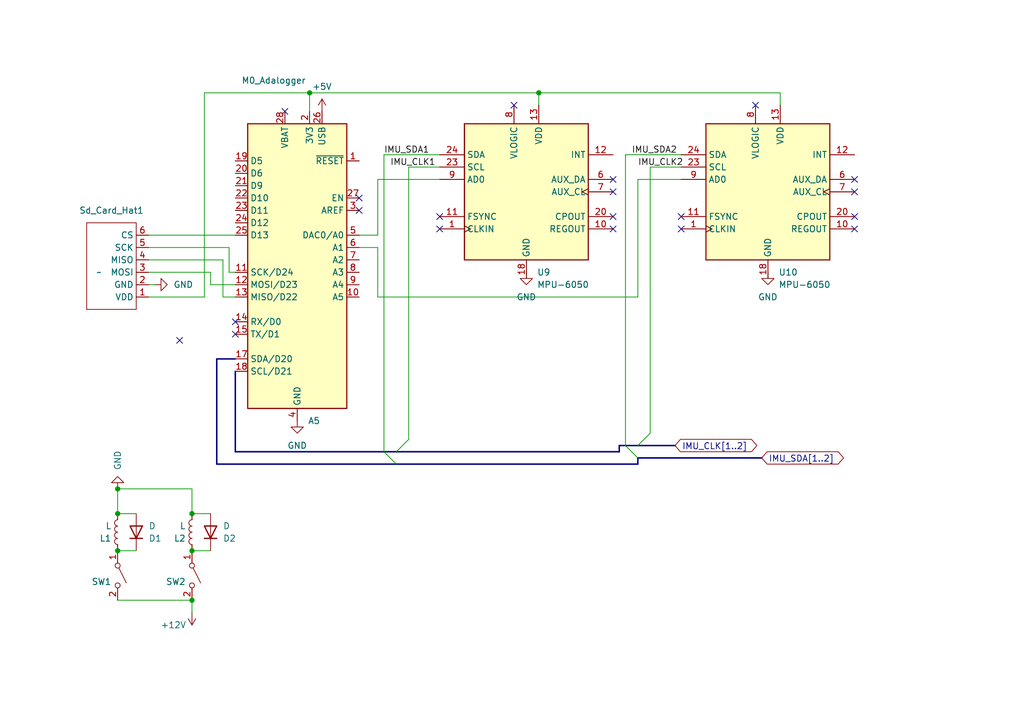
<source format=kicad_sch>
(kicad_sch (version 20230121) (generator eeschema)
  (paper "A5")
  (lib_symbols
    (symbol "Device:D" (pin_numbers hide) (pin_names (offset 1.016) hide)
      (property "Reference" "D" (at 0 2.54 0))
      (property "Value" "D" (at 0 -2.54 0))
      (symbol "D_0_1"
        (polyline (pts (xy -1.27 1.27) (xy -1.27 -1.27)) (stroke (width 0.254)))
        (polyline (pts (xy 1.27 0) (xy -1.27 0)))
        (polyline (pts (xy 1.27 1.27) (xy 1.27 -1.27) (xy -1.27 0) (xy 1.27 1.27)) (stroke (width 0.254)))
      )
      (symbol "D_1_1"
        (pin passive line (at -3.81 0 0) (length 2.54) (name "K") (number "1"))
        (pin passive line (at 3.81 0 180) (length 2.54) (name "A") (number "2"))
      )
    )
    (symbol "Device:L" (pin_numbers hide) (pin_names (offset 1.016) hide)
      (property "Reference" "L" (at -1.27 0 90))
      (property "Value" "L" (at 1.905 0 90))
      (symbol "L_0_1"
        (arc (start 0 -2.54) (mid 0.6323 -1.905) (end 0 -1.27))
        (arc (start 0 -1.27) (mid 0.6323 -0.635) (end 0 0))
        (arc (start 0 0) (mid 0.6323 0.635) (end 0 1.27))
        (arc (start 0 1.27) (mid 0.6323 1.905) (end 0 2.54))
      )
      (symbol "L_1_1"
        (pin passive line (at 0 3.81 270) (length 1.27) (name "1") (number "1"))
        (pin passive line (at 0 -3.81 90) (length 1.27) (name "2") (number "2"))
      )
    )
    (symbol "MCU_Module:Adafruit_Feather_M0_Adalogger"
      (property "Reference" "A" (at -10.16 29.21 0))
      (property "Value" "Adafruit_Feather_M0_Adalogger" (at 2.54 -31.75 0))
      (symbol "Adafruit_Feather_M0_Adalogger_0_1"
        (rectangle (start -10.16 27.94) (end 10.16 -30.48) (stroke (width 0.254)) (fill (type background)))
      )
      (symbol "Adafruit_Feather_M0_Adalogger_1_1"
        (pin input line (at 12.7 20.32 180) (length 2.54) (name "~{RESET}") (number "1"))
        (pin bidirectional line (at 12.7 -7.62 180) (length 2.54) (name "A5") (number "10"))
        (pin bidirectional line (at -12.7 -2.54 0) (length 2.54) (name "SCK/D24") (number "11"))
        (pin bidirectional line (at -12.7 -5.08 0) (length 2.54) (name "MOSI/D23") (number "12"))
        (pin bidirectional line (at -12.7 -7.62 0) (length 2.54) (name "MISO/D22") (number "13"))
        (pin bidirectional line (at -12.7 -12.7 0) (length 2.54) (name "RX/D0") (number "14"))
        (pin bidirectional line (at -12.7 -15.24 0) (length 2.54) (name "TX/D1") (number "15"))
        (pin passive line (at 0 -33.02 90) (length 2.54) hide (name "GND") (number "16"))
        (pin bidirectional line (at -12.7 -20.32 0) (length 2.54) (name "SDA/D20") (number "17"))
        (pin bidirectional line (at -12.7 -22.86 0) (length 2.54) (name "SCL/D21") (number "18"))
        (pin bidirectional line (at -12.7 20.32 0) (length 2.54) (name "D5") (number "19"))
        (pin power_in line (at 2.54 30.48 270) (length 2.54) (name "3V3") (number "2"))
        (pin bidirectional line (at -12.7 17.78 0) (length 2.54) (name "D6") (number "20"))
        (pin bidirectional line (at -12.7 15.24 0) (length 2.54) (name "D9") (number "21"))
        (pin bidirectional line (at -12.7 12.7 0) (length 2.54) (name "D10") (number "22"))
        (pin bidirectional line (at -12.7 10.16 0) (length 2.54) (name "D11") (number "23"))
        (pin bidirectional line (at -12.7 7.62 0) (length 2.54) (name "D12") (number "24"))
        (pin bidirectional line (at -12.7 5.08 0) (length 2.54) (name "D13") (number "25"))
        (pin power_in line (at 5.08 30.48 270) (length 2.54) (name "USB") (number "26"))
        (pin input line (at 12.7 12.7 180) (length 2.54) (name "EN") (number "27"))
        (pin power_in line (at -2.54 30.48 270) (length 2.54) (name "VBAT") (number "28"))
        (pin input line (at 12.7 10.16 180) (length 2.54) (name "AREF") (number "3"))
        (pin power_in line (at 0 -33.02 90) (length 2.54) (name "GND") (number "4"))
        (pin bidirectional line (at 12.7 5.08 180) (length 2.54) (name "DAC0/A0") (number "5"))
        (pin bidirectional line (at 12.7 2.54 180) (length 2.54) (name "A1") (number "6"))
        (pin bidirectional line (at 12.7 0 180) (length 2.54) (name "A2") (number "7"))
        (pin bidirectional line (at 12.7 -2.54 180) (length 2.54) (name "A3") (number "8"))
        (pin bidirectional line (at 12.7 -5.08 180) (length 2.54) (name "A4") (number "9"))
      )
    )
    (symbol "New_Library:Sd_Card_Hat"
      (property "Reference" "Sd_Card_Hat" (at 11.43 11.43 90))
      (symbol "Sd_Card_Hat_0_1"
        (rectangle (start 3.81 19.05) (end 13.97 1.27))
      )
      (symbol "Sd_Card_Hat_1_1"
        (pin power_in line (at 1.27 16.51 0) (length 2.54) (name "VDD") (number "1"))
        (pin power_out line (at 1.27 13.97 0) (length 2.54) (name "GND") (number "2"))
        (pin input line (at 1.27 11.43 0) (length 2.54) (name "MOSI") (number "3"))
        (pin output line (at 1.27 8.89 0) (length 2.54) (name "MISO") (number "4"))
        (pin bidirectional line (at 1.27 6.35 0) (length 2.54) (name "SCK") (number "5"))
        (pin bidirectional line (at 1.27 3.81 0) (length 2.54) (name "CS") (number "6"))
      )
    )
    (symbol "Sensor_Motion:MPU-6050"
      (property "Reference" "U" (at -11.43 13.97 0))
      (property "Value" "MPU-6050" (at 7.62 -15.24 0))
      (symbol "MPU-6050_0_0"
        (text "" (at 12.7 -2.54 0) (effects (font (size 1.27 1.27))))
      )
      (symbol "MPU-6050_0_1"
        (rectangle (start -12.7 13.97) (end 12.7 -13.97) (stroke (width 0.254)) (fill (type background)))
      )
      (symbol "MPU-6050_1_1"
        (pin input clock (at -17.78 -7.62 0) (length 5.08) (name "CLKIN") (number "1"))
        (pin passive line (at 17.78 -7.62 180) (length 5.08) (name "REGOUT") (number "10"))
        (pin input line (at -17.78 -5.08 0) (length 5.08) (name "FSYNC") (number "11"))
        (pin output line (at 17.78 7.62 180) (length 5.08) (name "INT") (number "12"))
        (pin power_in line (at 2.54 17.78 270) (length 3.81) (name "VDD") (number "13"))
        (pin no_connect line (at -12.7 -10.16 0) (length 2.54) hide (name "NC") (number "14"))
        (pin no_connect line (at 12.7 12.7 180) (length 2.54) hide (name "NC") (number "15"))
        (pin no_connect line (at 12.7 10.16 180) (length 2.54) hide (name "NC") (number "16"))
        (pin no_connect line (at 12.7 5.08 180) (length 2.54) hide (name "NC") (number "17"))
        (pin power_in line (at 0 -17.78 90) (length 3.81) (name "GND") (number "18"))
        (pin no_connect line (at 12.7 -10.16 180) (length 2.54) hide (name "RESV") (number "19"))
        (pin no_connect line (at -12.7 12.7 0) (length 2.54) hide (name "NC") (number "2"))
        (pin passive line (at 17.78 -5.08 180) (length 5.08) (name "CPOUT") (number "20"))
        (pin no_connect line (at 12.7 -2.54 180) (length 2.54) hide (name "RESV") (number "21"))
        (pin no_connect line (at 12.7 -12.7 180) (length 2.54) hide (name "RESV") (number "22"))
        (pin input line (at -17.78 5.08 0) (length 5.08) (name "SCL") (number "23"))
        (pin bidirectional line (at -17.78 7.62 0) (length 5.08) (name "SDA") (number "24"))
        (pin no_connect line (at -12.7 10.16 0) (length 2.54) hide (name "NC") (number "3"))
        (pin no_connect line (at -12.7 0 0) (length 2.54) hide (name "NC") (number "4"))
        (pin no_connect line (at -12.7 -2.54 0) (length 2.54) hide (name "NC") (number "5"))
        (pin bidirectional line (at 17.78 2.54 180) (length 5.08) (name "AUX_DA") (number "6"))
        (pin output clock (at 17.78 0 180) (length 5.08) (name "AUX_CL") (number "7"))
        (pin power_in line (at -2.54 17.78 270) (length 3.81) (name "VLOGIC") (number "8"))
        (pin input line (at -17.78 2.54 0) (length 5.08) (name "AD0") (number "9"))
      )
    )
    (symbol "Switch:SW_SPST" (pin_names (offset 0) hide)
      (property "Reference" "SW" (at 0 3.175 0))
      (property "Value" "SW_SPST" (at 0 -2.54 0))
      (symbol "SW_SPST_0_0"
        (circle (center -2.032 0) (radius 0.508))
        (polyline (pts (xy -1.524 0.254) (xy 1.524 1.778)))
        (circle (center 2.032 0) (radius 0.508))
      )
      (symbol "SW_SPST_1_1"
        (pin passive line (at -5.08 0 0) (length 2.54) (name "A") (number "1"))
        (pin passive line (at 5.08 0 180) (length 2.54) (name "B") (number "2"))
      )
    )
    (symbol "power:+12V" (power) (pin_names (offset 0))
      (property "Value" "+12V" (at 0 3.556 0))
      (symbol "+12V_0_1"
        (polyline (pts (xy -0.762 1.27) (xy 0 2.54)))
        (polyline (pts (xy 0 0) (xy 0 2.54)))
        (polyline (pts (xy 0 2.54) (xy 0.762 1.27)))
      )
      (symbol "+12V_1_1"
        (pin power_in line (at 0 0 90) (length 0) hide (name "+12V") (number "1"))
      )
    )
    (symbol "power:+5V" (power) (pin_names (offset 0))
      (property "Value" "+5V" (at 0 3.556 0))
      (symbol "+5V_0_1"
        (polyline (pts (xy -0.762 1.27) (xy 0 2.54)))
        (polyline (pts (xy 0 0) (xy 0 2.54)))
        (polyline (pts (xy 0 2.54) (xy 0.762 1.27)))
      )
      (symbol "+5V_1_1"
        (pin power_in line (at 0 0 90) (length 0) hide (name "+5V") (number "1"))
      )
    )
    (symbol "power:GND" (power) (pin_names (offset 0))
      (property "Value" "GND" (at 0 -3.81 0))
      (symbol "GND_0_1"
        (polyline (pts (xy 0 0) (xy 0 -1.27) (xy 1.27 -1.27) (xy 0 -2.54) (xy -1.27 -1.27) (xy 0 -1.27)))
      )
      (symbol "GND_1_1"
        (pin power_in line (at 0 0 270) (length 0) hide (name "GND") (number "1"))
      )
    )
  )
  (junction (at 110.49 19.05))
  (junction (at 63.5 19.05))
  (junction (at 39.37 123.19))
  (junction (at 24.13 100.33))
  (junction (at 39.37 105.41))
  (junction (at 24.13 113.03))
  (junction (at 24.13 105.41))
  (junction (at 39.37 113.03))
  (no_connect (at 73.66 40.64))
  (no_connect (at 73.66 43.18))
  (no_connect (at 154.94 21.59))
  (no_connect (at 58.42 22.86))
  (no_connect (at 125.73 36.83))
  (no_connect (at 48.26 68.58))
  (no_connect (at 48.26 66.04))
  (no_connect (at 139.7 44.45))
  (no_connect (at 175.26 36.83))
  (no_connect (at 175.26 44.45))
  (no_connect (at 125.73 44.45))
  (no_connect (at 125.73 46.99))
  (no_connect (at 105.41 21.59))
  (no_connect (at 139.7 46.99))
  (no_connect (at 36.83 69.85))
  (no_connect (at 175.26 39.37))
  (no_connect (at 125.73 39.37))
  (no_connect (at 175.26 46.99))
  (no_connect (at 90.17 46.99))
  (no_connect (at 90.17 44.45))
  (bus_entry (at 81.28 92.71) (size 2.54 -2.54))
  (bus_entry (at 130.81 91.44) (size 2.54 -2.54))
  (bus_entry (at 130.81 93.98) (size -2.54 -2.54))
  (bus_entry (at 81.28 95.25) (size -2.54 -2.54))
  (bus (pts (xy 48.26 73.66) (xy 44.45 73.66)))
  (wire (pts (xy 45.72 53.34) (xy 45.72 60.96)))
  (bus (pts (xy 127 91.44) (xy 128.27 91.44)))
  (wire (pts (xy 73.66 48.26) (xy 77.47 48.26)))
  (wire (pts (xy 27.94 113.03) (xy 24.13 113.03)))
  (wire (pts (xy 46.99 50.8) (xy 46.99 55.88)))
  (wire (pts (xy 30.48 58.42) (xy 31.75 58.42)))
  (wire (pts (xy 77.47 50.8) (xy 77.47 60.96)))
  (wire (pts (xy 30.48 53.34) (xy 45.72 53.34)))
  (wire (pts (xy 41.91 60.96) (xy 41.91 19.05)))
  (wire (pts (xy 130.81 36.83) (xy 139.7 36.83)))
  (bus (pts (xy 19.05 240.03) (xy 19.05 261.62)))
  (wire (pts (xy 43.18 58.42) (xy 48.26 58.42)))
  (wire (pts (xy 39.37 105.41) (xy 39.37 100.33)))
  (wire (pts (xy 43.18 105.41) (xy 39.37 105.41)))
  (wire (pts (xy 130.81 60.96) (xy 130.81 36.83)))
  (wire (pts (xy 45.72 60.96) (xy 48.26 60.96)))
  (wire (pts (xy 157.48 57.15) (xy 157.48 55.88)))
  (bus (pts (xy 44.45 73.66) (xy 44.45 95.25)))
  (bus (pts (xy 48.26 76.2) (xy 48.26 92.71)))
  (wire (pts (xy 83.82 90.17) (xy 83.82 34.29)))
  (wire (pts (xy 30.48 55.88) (xy 43.18 55.88)))
  (wire (pts (xy 39.37 100.33) (xy 24.13 100.33)))
  (wire (pts (xy 73.66 50.8) (xy 77.47 50.8)))
  (wire (pts (xy 63.5 19.05) (xy 110.49 19.05)))
  (wire (pts (xy 63.5 19.05) (xy 63.5 22.86)))
  (bus (pts (xy 130.81 93.98) (xy 130.81 95.25)))
  (wire (pts (xy 133.35 34.29) (xy 139.7 34.29)))
  (bus (pts (xy 130.81 95.25) (xy 81.28 95.25)))
  (wire (pts (xy 41.91 19.05) (xy 63.5 19.05)))
  (wire (pts (xy 110.49 19.05) (xy 110.49 21.59)))
  (bus (pts (xy 130.81 91.44) (xy 138.43 91.44)))
  (wire (pts (xy 46.99 55.88) (xy 48.26 55.88)))
  (wire (pts (xy 160.02 19.05) (xy 110.49 19.05)))
  (wire (pts (xy 30.48 50.8) (xy 46.99 50.8)))
  (bus (pts (xy 127 91.44) (xy 127 92.71)))
  (wire (pts (xy 39.37 123.19) (xy 24.13 123.19)))
  (bus (pts (xy 128.27 91.44) (xy 130.81 91.44)))
  (wire (pts (xy 30.48 60.96) (xy 41.91 60.96)))
  (bus (pts (xy 130.81 93.98) (xy 156.21 93.98)))
  (bus (pts (xy 48.26 92.71) (xy 78.74 92.71)))
  (wire (pts (xy 27.94 105.41) (xy 24.13 105.41)))
  (bus (pts (xy 19.05 261.62) (xy 55.88 261.62)))
  (wire (pts (xy 128.27 91.44) (xy 128.27 31.75)))
  (wire (pts (xy 24.13 105.41) (xy 24.13 100.33)))
  (wire (pts (xy 107.95 57.15) (xy 107.95 55.88)))
  (wire (pts (xy 83.82 34.29) (xy 90.17 34.29)))
  (bus (pts (xy 78.74 92.71) (xy 81.28 92.71)))
  (wire (pts (xy 160.02 19.05) (xy 160.02 21.59)))
  (wire (pts (xy 30.48 48.26) (xy 48.26 48.26)))
  (wire (pts (xy 133.35 88.9) (xy 133.35 34.29)))
  (bus (pts (xy 127 92.71) (xy 81.28 92.71)))
  (wire (pts (xy 43.18 55.88) (xy 43.18 58.42)))
  (wire (pts (xy 78.74 31.75) (xy 90.17 31.75)))
  (wire (pts (xy 43.18 113.03) (xy 39.37 113.03)))
  (wire (pts (xy 77.47 36.83) (xy 90.17 36.83)))
  (wire (pts (xy 77.47 60.96) (xy 130.81 60.96)))
  (wire (pts (xy 78.74 92.71) (xy 78.74 31.75)))
  (bus (pts (xy 44.45 95.25) (xy 81.28 95.25)))
  (wire (pts (xy 128.27 31.75) (xy 139.7 31.75)))
  (wire (pts (xy 39.37 125.73) (xy 39.37 123.19)))
  (wire (pts (xy 77.47 48.26) (xy 77.47 36.83)))
  (label "IMU_CLK2" (at 130.81 34.29 0))
  (label "IMU_CLK1" (at 80.01 34.29 0))
  (label "IMU_SDA1" (at 78.74 31.75 0))
  (label "IMU_SDA2" (at 129.54 31.75 0))
  (global_label "IMU_CLK[1..2]" (shape bidirectional) (at 138.43 91.44 0) (property "Intersheetrefs" "${INTERSHEET_REFS}" (effects hide)))
  (global_label "IMU_SDA[1..2]" (shape bidirectional) (at 156.21 93.98 0) (property "Intersheetrefs" "${INTERSHEET_REFS}" (effects hide)))
  (symbol (lib_id "Device:L") (at 24.13 109.22 180) (unit 1)
    (property "Reference" "L1" (at 22.86 110.49 0) (effects (justify left)))
    (property "Value" "L" (at 22.86 107.95 0) (effects (justify left)))
  )
  (symbol (lib_id "Switch:SW_SPST") (at 39.37 118.11 270) (unit 1)
    (property "Reference" "SW2" (at 38.1 119.38 90) (effects (justify right)))
    (property "Value" "SW_SPST" (effects hide))
  )
  (symbol (lib_id "MCU_Module:Adafruit_Feather_M0_Adalogger") (at 60.96 53.34 0) (unit 1)
    (property "Reference" "A5" (at 63.1541 86.36 0) (effects (justify left)))
    (property "Value" "M0_Adalogger" (at 49.53 16.51 0) (effects (justify left)))
    (property "Footprint" "Module:Adafruit_Feather" (effects hide))
    (property "Datasheet" "https://cdn-learn.adafruit.com/downloads/pdf/adafruit-feather-m0-adalogger.pdf" (effects hide))
  )
  (symbol (lib_id "New_Library:Sd_Card_Hat") (at 31.75 44.45 180) (unit 1)
    (property "Reference" "Sd_Card_Hat1" (at 22.86 43.18 0))
    (property "Value" "~" (at 20.32 55.88 0))
  )
  (symbol (lib_id "power:GND") (at 60.96 86.36 0) (unit 1)
    (property "Reference" "#PWR015" (effects hide))
    (property "Value" "GND" (at 60.96 91.44 0))
  )
  (symbol (lib_id "power:GND") (at 24.13 100.33 180) (unit 1)
    (property "Reference" "#PWR021" (effects hide))
    (property "Value" "GND" (at 24.13 96.52 90) (effects (justify right)))
  )
  (symbol (lib_id "Device:D") (at 43.18 109.22 270) (mirror x) (unit 1)
    (property "Reference" "D2" (at 45.72 110.49 90) (effects (justify left)))
    (property "Value" "D" (at 45.72 107.95 90) (effects (justify left)))
    (property "Sim.Device" "D" (effects hide))
    (property "Sim.Pins" "1=K 2=A" (effects hide))
  )
  (symbol (lib_id "power:GND") (at 31.75 58.42 90) (unit 1)
    (property "Reference" "#PWR01" (effects hide))
    (property "Value" "GND" (at 35.56 58.42 90) (effects (justify right)))
  )
  (symbol (lib_id "Device:L") (at 39.37 109.22 180) (unit 1)
    (property "Reference" "L2" (at 38.1 110.49 0) (effects (justify left)))
    (property "Value" "L" (at 38.1 107.95 0) (effects (justify left)))
  )
  (symbol (lib_id "Sensor_Motion:MPU-6050") (at 157.48 39.37 0) (unit 1)
    (property "Reference" "U10" (at 159.6741 55.88 0) (effects (justify left)))
    (property "Value" "MPU-6050" (at 159.6741 58.42 0) (effects (justify left)))
    (property "Footprint" "Sensor_Motion:InvenSense_QFN-24_4x4mm_P0.5mm" (effects hide))
    (property "Datasheet" "https://invensense.tdk.com/wp-content/uploads/2015/02/MPU-6000-Datasheet1.pdf" (effects hide))
  )
  (symbol (lib_id "power:+12V") (at 39.37 125.73 180) (unit 1)
    (property "Reference" "#PWR020" (effects hide))
    (property "Value" "+12V" (at 35.56 128.27 0))
  )
  (symbol (lib_id "Switch:SW_SPST") (at 24.13 118.11 270) (unit 1)
    (property "Reference" "SW1" (at 22.86 119.38 90) (effects (justify right)))
    (property "Value" "SW_SPST" (effects hide))
  )
  (symbol (lib_id "power:GND") (at 107.95 55.88 0) (unit 1)
    (property "Reference" "#PWR017" (effects hide))
    (property "Value" "GND" (at 107.95 60.96 0))
  )
  (symbol (lib_id "power:+5V") (at 66.04 22.86 0) (unit 1)
    (property "Reference" "#PWR06" (effects hide))
    (property "Value" "+5V" (at 66.04 17.78 0))
  )
  (symbol (lib_id "Device:D") (at 27.94 109.22 270) (mirror x) (unit 1)
    (property "Reference" "D1" (at 30.48 110.49 90) (effects (justify left)))
    (property "Value" "D" (at 30.48 107.95 90) (effects (justify left)))
    (property "Sim.Device" "D" (effects hide))
    (property "Sim.Pins" "1=K 2=A" (effects hide))
  )
  (symbol (lib_id "Sensor_Motion:MPU-6050") (at 107.95 39.37 0) (unit 1)
    (property "Reference" "U9" (at 110.1441 55.88 0) (effects (justify left)))
    (property "Value" "MPU-6050" (at 110.1441 58.42 0) (effects (justify left)))
    (property "Footprint" "Sensor_Motion:InvenSense_QFN-24_4x4mm_P0.5mm" (effects hide))
    (property "Datasheet" "https://invensense.tdk.com/wp-content/uploads/2015/02/MPU-6000-Datasheet1.pdf" (effects hide))
  )
  (symbol (lib_id "power:GND") (at 157.48 55.88 0) (unit 1)
    (property "Reference" "#PWR018" (effects hide))
    (property "Value" "GND" (at 157.48 60.96 0))
  )
)
</source>
